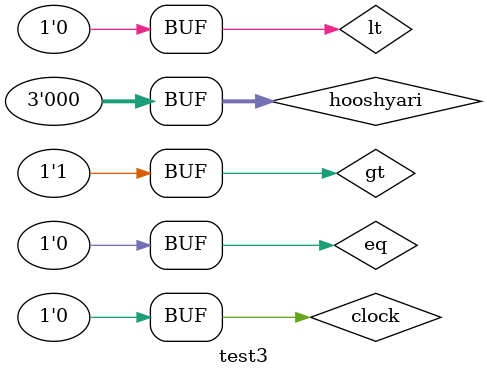
<source format=v>
`timescale 1ns / 1ps


module test3;

	// Inputs
	reg [2:0] hooshyari;
	reg clock;
	reg gt;
	reg eq;
	reg lt;

	// Outputs
	wire tormoz;
	wire [2:0] pashesh;

	// Instantiate the Unit Under Test (UUT)
	control uut (
		.hooshyari(hooshyari), 
		.clock(clock), 
		.gt(gt), 
		.eq(eq), 
		.lt(lt), 
		.tormoz(tormoz), 
		.pashesh(pashesh)
	);
	
  initial
		begin
				clock = 0;
				repeat(20)
				#80 clock = ~clock;
    end 
	 
	initial begin
		// Initialize Inputs
		hooshyari = 3'b000;
		gt = 1;
		eq = 0;
		lt = 0;

		// Wait 100 ns for global reset to finish
		#80;
        
		// Add stimulus here

	end
      
endmodule


</source>
